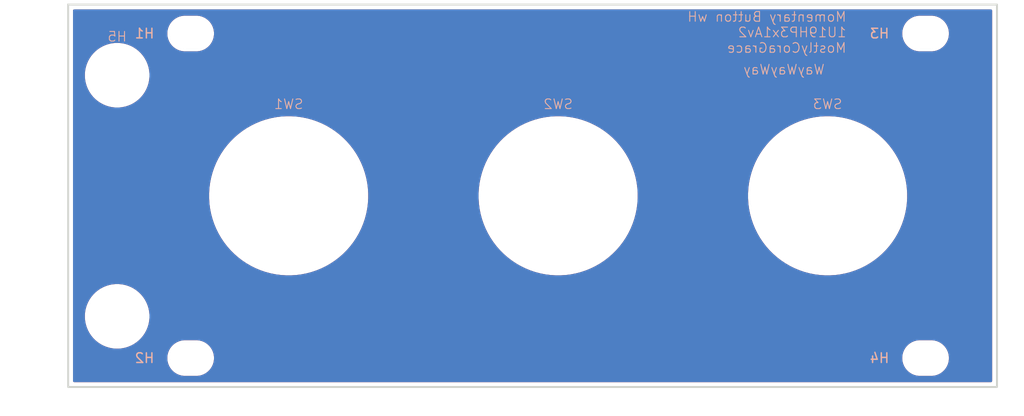
<source format=kicad_pcb>
(kicad_pcb (version 20241229) (generator "pcbnew") (generator_version "9.0")
  (layers (0 "F.Cu" signal) (2 "B.Cu" signal) (13 "F.Paste" user) (15 "B.Paste" user) (5 "F.SilkS" user "F.Silkscreen") (7 "B.SilkS" user "B.Silkscreen") (1 "F.Mask" user) (3 "B.Mask" user) (25 "Edge.Cuts" user))
  (net 0 "")
  (footprint "EXC:SW_SPST_M16_Panel_Mount_Push-Button" (layer "F.Cu") (at 78.74 22.25)
    (property "Reference" "SW3" (at 0 -9.5 0) (layer "B.SilkS") (effects (font (thickness 0.1)) (justify mirror)))
    (property "Value" "SW_SPST_M16_Panel_Mount_Push-Button")
    (pad "" np_thru_hole circle (at 0 0) (size 16 16) (drill 16) (layers "*.Cu" "*.Mask"))
  )
  (footprint "EXC:SW_SPST_M16_Panel_Mount_Push-Button" (layer "F.Cu") (at 50.8 22.25)
    (property "Reference" "SW2" (at 0 -9.5 0) (layer "B.SilkS") (effects (font (thickness 0.1)) (justify mirror)))
    (property "Value" "SW_SPST_M16_Panel_Mount_Push-Button")
    (pad "" np_thru_hole circle (at 0 0) (size 16 16) (drill 16) (layers "*.Cu" "*.Mask"))
  )
  (footprint "EXC:MountingHole_3.2mm_M3" (layer "F.Cu") (at 12.7 39.075)
    (property "Reference" "H2" (at -3.683 0 0) (layer "B.SilkS") (effects (justify left mirror)))
    (property "Value" "Eurorack_M3_MountingHole")
    (pad "" np_thru_hole oval (at 0 0) (size 4.34 3.2) (drill oval 4.34 3.2) (layers "*.Cu" "*.Mask"))
  )
  (footprint "EXC:MountingHole_3.2mm_M3" (layer "F.Cu") (at 88.9 39.075)
    (property "Reference" "H4" (at -3.683 0 0) (layer "B.SilkS") (effects (justify left mirror)))
    (property "Value" "Eurorack_M3_MountingHole")
    (pad "" np_thru_hole oval (at 0 0) (size 4.34 3.2) (drill oval 4.34 3.2) (layers "*.Cu" "*.Mask"))
  )
  (footprint "EXC:SW_SPST_M16_Panel_Mount_Push-Button" (layer "F.Cu") (at 22.86 22.25)
    (property "Reference" "SW1" (at 0 -9.5 0) (layer "B.SilkS") (effects (font (thickness 0.1)) (justify mirror)))
    (property "Value" "SW_SPST_M16_Panel_Mount_Push-Button")
    (pad "" np_thru_hole circle (at 0 0) (size 16 16) (drill 16) (layers "*.Cu" "*.Mask"))
  )
  (footprint "EXC:MountingHole_3.2mm_M3" (layer "F.Cu") (at 88.9 5.425)
    (property "Reference" "H3" (at -3.683 0 0) (layer "B.SilkS") (effects (justify left mirror)))
    (property "Value" "Eurorack_M3_MountingHole")
    (pad "" np_thru_hole oval (at 0 0) (size 4.34 3.2) (drill oval 4.34 3.2) (layers "*.Cu" "*.Mask"))
  )
  (footprint "EXC:MountingHole_3.2mm_M3" (layer "F.Cu") (at 12.7 5.425)
    (property "Reference" "H1" (at -3.683 0 0) (layer "B.SilkS") (effects (justify left mirror)))
    (property "Value" "Eurorack_M3_MountingHole")
    (pad "" np_thru_hole oval (at 0 0) (size 4.34 3.2) (drill oval 4.34 3.2) (layers "*.Cu" "*.Mask"))
  )
  (footprint "EXC:Handle_1UM3P25_B" (layer "F.Cu") (at 5.08 9.75)
    (property "Reference" "H5" (at 0 -4 0) (layer "B.SilkS") (effects (font (thickness 0.1)) (justify mirror)))
    (property "Value" "Handle_1UM3P25_PanelMount_B")
    (pad "" np_thru_hole circle (at 0 0) (size 6.2 6.2) (drill 6.2) (layers "*.Cu" "*.Mask"))
    (pad "" np_thru_hole circle (at 0 25) (size 6.2 6.2) (drill 6.2) (layers "*.Cu" "*.Mask"))
  )
  (gr_rect (start 0 2.425) (end 96.3 42.075) (stroke (width 0.2)) (fill no) (layer "Edge.Cuts"))
  (gr_text "WayWayWay" (at 78.5 9.75 0) (layer "B.SilkS") (effects (font (size 1 1) (thickness 0.1)) (justify left bottom mirror)))
  (gr_text "Momentary Button wH\n1U19HP3x1Av2\nMostlyCoraGrace" (at 80.75 7.5 0) (layer "B.SilkS") (effects (font (size 1 1) (thickness 0.1)) (justify left bottom mirror)))
  (zone (net 0) (net_name "") (layers "F.Cu" "B.Cu") (connect_pads (clearance 0.5)) (min_thickness 0.25) (fill yes (thermal_gap 0.5) (thermal_bridge_width 0.5) (island_removal_mode 1) (island_area_min 10))
    (polygon (pts (xy 0 2.425) (xy 96.3 2.425) (xy 96.3 42.075) (xy 0 42.075)))
  )
)
</source>
